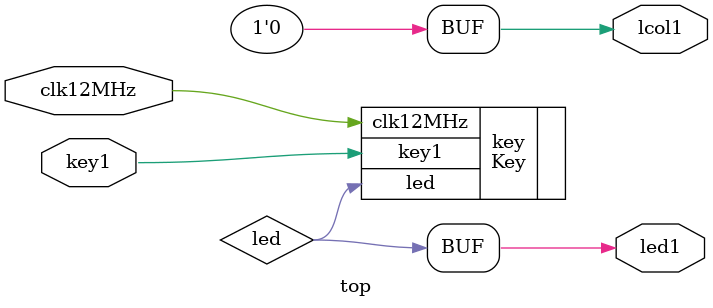
<source format=v>
`include "key.v"

module top(input key1, input clk12MHz, 
  output led1,
output lcol1);

wire led;

assign led1 = led;
assign lcol1 =1'b0;
Key key(
  .clk12MHz(clk12MHz),
  .key1(key1),
  .led(led));
endmodule

</source>
